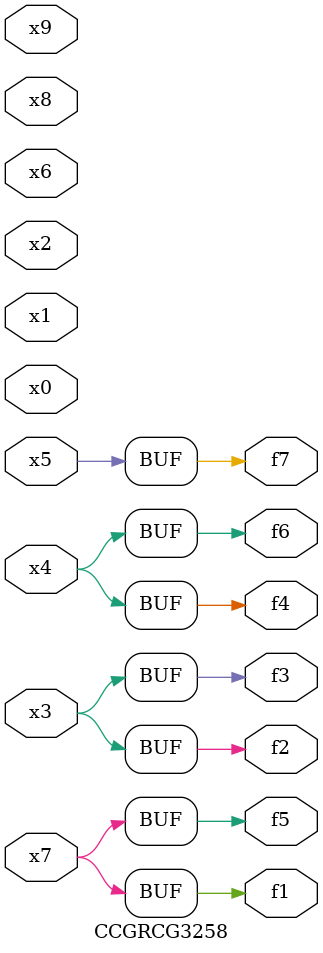
<source format=v>
module CCGRCG3258(
	input x0, x1, x2, x3, x4, x5, x6, x7, x8, x9,
	output f1, f2, f3, f4, f5, f6, f7
);
	assign f1 = x7;
	assign f2 = x3;
	assign f3 = x3;
	assign f4 = x4;
	assign f5 = x7;
	assign f6 = x4;
	assign f7 = x5;
endmodule

</source>
